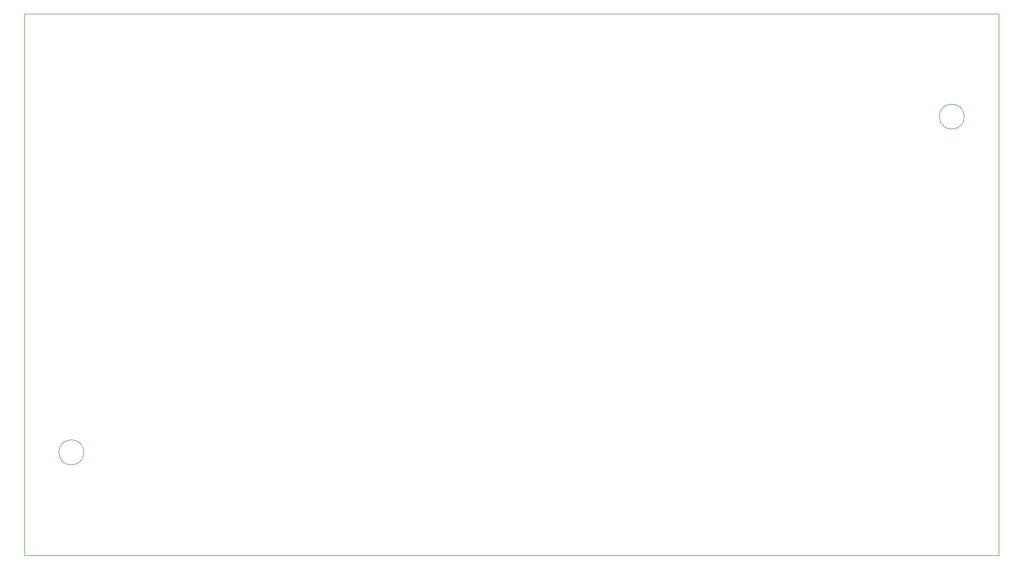
<source format=gbr>
G04 #@! TF.GenerationSoftware,KiCad,Pcbnew,(5.1.4)-1*
G04 #@! TF.CreationDate,2020-01-10T15:49:45+01:00*
G04 #@! TF.ProjectId,KRS-XL_DIM-24CVLED,4b52532d-584c-45f4-9449-4d2d32344356,V01.01*
G04 #@! TF.SameCoordinates,Original*
G04 #@! TF.FileFunction,Profile,NP*
%FSLAX46Y46*%
G04 Gerber Fmt 4.6, Leading zero omitted, Abs format (unit mm)*
G04 Created by KiCad (PCBNEW (5.1.4)-1) date 2020-01-10 15:49:45*
%MOMM*%
%LPD*%
G04 APERTURE LIST*
%ADD10C,0.050000*%
G04 APERTURE END LIST*
D10*
X59500000Y-120300000D02*
G75*
G03X59500000Y-120300000I-2000000J0D01*
G01*
X200500000Y-66500000D02*
G75*
G03X200500000Y-66500000I-2000000J0D01*
G01*
X50000000Y-50000000D02*
X50000000Y-136800000D01*
X50000000Y-136800000D02*
X206000000Y-136800000D01*
X206000000Y-50000000D02*
X206000000Y-136800000D01*
X50000000Y-50000000D02*
X206000000Y-50000000D01*
M02*

</source>
